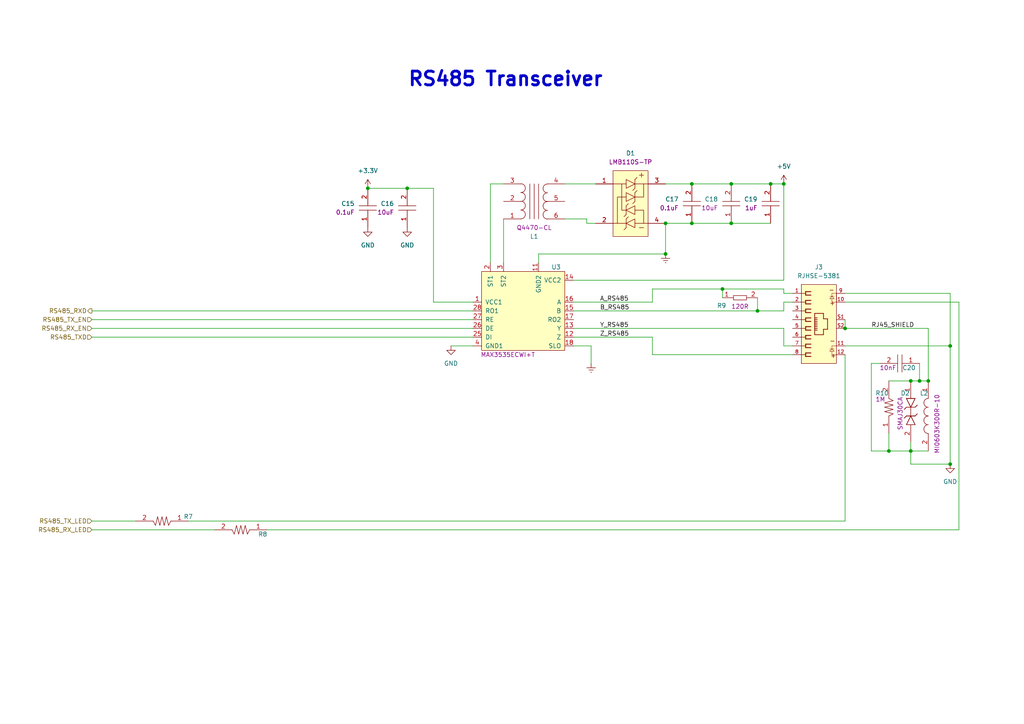
<source format=kicad_sch>
(kicad_sch (version 20231120) (generator "eeschema") (generator_version "8.0")
  (paper "A4")
  (lib_symbols
    (symbol "AVR-KiCAD-Lib-Capacitors:C0805C103KCRACAUTO" (pin_names (offset 1.016))
      (property "Reference" "C" (at -2.54 2.54 0))
      (property "_Value_" "10nF" (at 58.42 63.5 0))
      (symbol "C0805C103KCRACAUTO_1_1"
        (pin input line (at -5.08 0 0) (length 5.08) (name "~") (number "1"))
        (pin input line (at 6.35 0 180) (length 5.08) (name "~") (number "2"))
      )
    )
    (symbol "AVR-KiCAD-Lib-Capacitors:C1206C105K3RACAUTO" (pin_names (offset 1.016))
      (property "Reference" "C" (at -2.54 2.54 0))
      (property "_Value_" "1uF" (at 58.42 63.5 0))
      (symbol "C1206C105K3RACAUTO_1_1"
        (pin input line (at -5.08 0 0) (length 5.08) (name "~") (number "1"))
        (pin input line (at 6.35 0 180) (length 5.08) (name "~") (number "2"))
      )
    )
    (symbol "AVR-KiCAD-Lib-Capacitors:CGA5L3X5R1V106K160AB" (pin_names (offset 1.016))
      (property "Reference" "C" (at -2.54 2.54 0))
      (property "_Value_" "10uF" (at 58.42 63.5 0))
      (symbol "CGA5L3X5R1V106K160AB_1_1"
        (pin input line (at -5.08 0 0) (length 5.08) (name "~") (number "1"))
        (pin input line (at 6.35 0 180) (length 5.08) (name "~") (number "2"))
      )
    )
    (symbol "AVR-KiCAD-Lib-Capacitors:CL10B104JB8NNNC" (pin_names (offset 1.016))
      (property "Reference" "C" (at -2.54 2.54 0))
      (property "_Value_" "0.1uF" (at 58.42 63.5 0))
      (symbol "CL10B104JB8NNNC_1_1"
        (pin input line (at -5.08 0 0) (length 5.08) (name "~") (number "1"))
        (pin input line (at 6.35 0 180) (length 5.08) (name "~") (number "2"))
      )
    )
    (symbol "AVR-KiCAD-Lib-Connectors:RJHSE-5381" (pin_names (offset 1.016))
      (property "Reference" "J" (at -2.54 2.54 0))
      (property "Value" "RJHSE-5381" (at 1.27 5.08 0))
      (symbol "RJHSE-5381_1_1"
        (text "+" (at 0 -21.336 0) (effects (font (size 1.27 1.27)) (justify left bottom)))
        (text "+" (at 0.254 -6.096 0) (effects (font (size 1.27 1.27)) (justify left bottom)))
        (text "-" (at 0.2286 -17.0434 0) (effects (font (size 1.27 1.27)) (justify left bottom)))
        (text "-" (at 0.4826 -2.2606 0) (effects (font (size 1.27 1.27)) (justify left bottom)))
        (pin passive line (at 12.7 -2.54 180) (length 2.54) (name "~") (number "1"))
        (pin passive line (at -2.54 -5.08 0) (length 2.54) (name "~") (number "10"))
        (pin passive line (at -2.54 -17.78 0) (length 2.54) (name "~") (number "11"))
        (pin passive line (at -2.54 -20.32 0) (length 2.54) (name "~") (number "12"))
        (pin passive line (at 12.7 -5.08 180) (length 2.54) (name "~") (number "2"))
        (pin passive line (at 12.7 -7.62 180) (length 2.54) (name "~") (number "3"))
        (pin passive line (at 12.7 -10.16 180) (length 2.54) (name "~") (number "4"))
        (pin passive line (at 12.7 -12.7 180) (length 2.54) (name "~") (number "5"))
        (pin passive line (at 12.7 -15.24 180) (length 2.54) (name "~") (number "6"))
        (pin passive line (at 12.7 -17.78 180) (length 2.54) (name "~") (number "7"))
        (pin passive line (at 12.7 -20.32 180) (length 2.54) (name "~") (number "8"))
        (pin passive line (at -2.54 -2.54 0) (length 2.54) (name "~") (number "9"))
        (pin passive line (at -2.54 -10.16 0) (length 2.54) (name "~") (number "S1"))
        (pin passive line (at -2.54 -12.7 0) (length 2.54) (name "~") (number "S2"))
      )
    )
    (symbol "AVR-KiCAD-Lib-Diodes:LMB110S-TP" (pin_names (offset 1.016))
      (property "Reference" "D" (at 0 19.05 0))
      (property "_Value_" "LMB110S-TP" (at 62.23 77.47 0))
      (symbol "LMB110S-TP_1_1"
        (pin passive line (at -5.08 13.97 0) (length 5.08) (name "~") (number "1"))
        (pin passive line (at -5.08 2.54 0) (length 5.08) (name "~") (number "2"))
        (pin passive line (at 15.24 13.97 180) (length 5.08) (name "") (number "3"))
        (pin passive line (at 15.24 2.54 180) (length 5.08) (name "") (number "4"))
      )
    )
    (symbol "AVR-KiCAD-Lib-Diodes:SMAJ30CA" (pin_names (offset 1.016))
      (property "Reference" "D" (at -2.54 2.54 0))
      (property "_Value_" "SMAJ30CA" (at 58.42 63.5 0))
      (symbol "SMAJ30CA_1_1"
        (pin passive line (at -8.89 0 0) (length 5.08) (name "~") (number "1"))
        (pin passive line (at 8.89 0 180) (length 5.08) (name "~") (number "2"))
      )
    )
    (symbol "AVR-KiCAD-Lib-ICs:MAX3535ECWI+T" (pin_names (offset 1.016))
      (property "Reference" "U" (at -5.08 34.29 0))
      (property "_Value_" "MAX3535ECWI+T" (at 7.62 -1.27 0))
      (symbol "MAX3535ECWI+T_1_1"
        (pin power_in line (at -2.54 13.97 0) (length 2.54) (name "VCC1") (number "1"))
        (pin passive line (at 16.51 25.4 270) (length 2.54) (name "GND2") (number "11"))
        (pin output line (at 26.67 3.81 180) (length 2.54) (name "Z") (number "12"))
        (pin output line (at 26.67 6.35 180) (length 2.54) (name "Y") (number "13"))
        (pin power_in line (at 26.67 20.32 180) (length 2.54) (name "VCC2") (number "14"))
        (pin input line (at 26.67 11.43 180) (length 2.54) (name "B") (number "15"))
        (pin input line (at 26.67 13.97 180) (length 2.54) (name "A") (number "16"))
        (pin output line (at 26.67 8.89 180) (length 2.54) (name "RO2") (number "17"))
        (pin input line (at 26.67 1.27 180) (length 2.54) (name "SLO") (number "18"))
        (pin output line (at 2.54 25.4 270) (length 2.54) (name "ST1") (number "2"))
        (pin input line (at -2.54 3.81 0) (length 2.54) (name "DI") (number "25"))
        (pin input line (at -2.54 6.35 0) (length 2.54) (name "DE") (number "26"))
        (pin output line (at -2.54 8.89 0) (length 2.54) (name "RE") (number "27"))
        (pin output line (at -2.54 11.43 0) (length 2.54) (name "RO1") (number "28"))
        (pin output line (at 6.35 25.4 270) (length 2.54) (name "ST2") (number "3"))
        (pin passive line (at -2.54 1.27 0) (length 2.54) (name "GND1") (number "4"))
      )
    )
    (symbol "AVR-KiCAD-Lib-Inductors:MI0603K300R-10" (pin_names (offset 1.016))
      (property "Reference" "L" (at -2.54 2.54 0))
      (property "_Value_" "MI0603K300R-10" (at 58.42 63.5 0))
      (symbol "MI0603K300R-10_1_1"
        (pin input line (at -10.16 0 0) (length 5.08) (name "~") (number "1"))
        (pin input line (at 10.16 0 180) (length 5.08) (name "~") (number "2"))
      )
    )
    (symbol "AVR-KiCAD-Lib-Resistors:AC0402FR-07120RL" (pin_names (offset 1.016))
      (property "Reference" "R" (at -2.54 2.54 0))
      (property "Value" "AC0402FR-07120RL" (at 1.27 5.08 0))
      (property "_Value_" "120R" (at 58.42 63.5 0))
      (symbol "AC0402FR-07120RL_1_1"
        (pin passive line (at -5.08 0 0) (length 2.5146) (name "~") (number "1"))
        (pin passive line (at 5.08 0 180) (length 2.5146) (name "~") (number "2"))
      )
    )
    (symbol "AVR-KiCAD-Lib-Resistors:RC0603FR-07470RL" (pin_names (offset 1.016))
      (property "Reference" "R" (at -2.54 2.54 0))
      (property "Value" "RC0603FR-07470RL" (at 1.27 5.08 0))
      (symbol "RC0603FR-07470RL_1_1"
        (pin passive line (at -7.62 0 0) (length 5.08) (name "~") (number "1"))
        (pin passive line (at 7.62 0 180) (length 5.08) (name "~") (number "2"))
      )
    )
    (symbol "AVR-KiCAD-Lib-Resistors:RC1206FR-071ML" (pin_names (offset 1.016))
      (property "Reference" "R" (at -2.54 2.54 0))
      (property "Value" "RC1206FR-071ML" (at 1.27 5.08 0))
      (property "_Value_" "1M" (at 58.42 63.5 0))
      (symbol "RC1206FR-071ML_1_1"
        (pin passive line (at -7.62 0 0) (length 5.08) (name "~") (number "1"))
        (pin passive line (at 7.62 0 180) (length 5.08) (name "~") (number "2"))
      )
    )
    (symbol "AVR-KiCAD-Lib-Transformers:Q4470-CL" (pin_names (offset 1.016))
      (property "Reference" "L" (at -7.62 8.89 0))
      (property "_Value_" "Q4470-CL" (at 58.42 63.5 0))
      (symbol "Q4470-CL_1_1"
        (pin bidirectional line (at -8.89 5.08 0) (length 5.08) (name "~") (number "1"))
        (pin bidirectional line (at -8.89 0 0) (length 5.08) (name "~") (number "2"))
        (pin bidirectional line (at -8.89 -5.08 0) (length 5.08) (name "") (number "3"))
        (pin bidirectional line (at 8.89 -5.08 180) (length 5.08) (name "") (number "4"))
        (pin bidirectional line (at 8.89 0 180) (length 5.08) (name "") (number "5"))
        (pin bidirectional line (at 8.89 5.08 180) (length 5.08) (name "") (number "6"))
      )
    )
    (symbol "power:+3.3V" (power) (pin_names (offset 0))
      (property "Value" "+3.3V" (at 0 3.556 0))
      (symbol "+3.3V_1_1"
        (pin power_in line (at 0 0 90) (length 0) hide (name "+3.3V") (number "1"))
      )
    )
    (symbol "power:+5V" (power) (pin_names (offset 0))
      (property "Value" "+5V" (at 0 3.556 0))
      (symbol "+5V_1_1"
        (pin power_in line (at 0 0 90) (length 0) hide (name "+5V") (number "1"))
      )
    )
    (symbol "power:Earth" (power) (pin_names (offset 0))
      (symbol "Earth_1_1"
        (pin power_in line (at 0 0 270) (length 0) hide (name "Earth") (number "1"))
      )
    )
    (symbol "power:GND" (power) (pin_names (offset 0))
      (property "Value" "GND" (at 0 -3.81 0))
      (symbol "GND_1_1"
        (pin power_in line (at 0 0 270) (length 0) hide (name "GND") (number "1"))
      )
    )
  )
  (junction (at 209.55 83.82))
  (junction (at 257.81 130.81))
  (junction (at 269.24 110.49))
  (junction (at 212.09 64.77))
  (junction (at 264.16 130.81))
  (junction (at 264.16 110.49))
  (junction (at 118.11 54.61))
  (junction (at 193.04 64.77))
  (junction (at 275.59 134.62))
  (junction (at 223.52 53.34))
  (junction (at 193.04 73.66))
  (junction (at 227.33 53.34))
  (junction (at 212.09 53.34))
  (junction (at 219.71 90.17))
  (junction (at 275.59 100.33))
  (junction (at 200.66 64.77))
  (junction (at 200.66 53.34))
  (junction (at 245.11 95.25))
  (junction (at 266.7 110.49))
  (junction (at 106.68 54.61))
  (wire (pts (xy 26.67 90.17) (xy 137.16 90.17)))
  (wire (pts (xy 269.24 110.49) (xy 266.7 110.49)))
  (wire (pts (xy 146.05 53.34) (xy 142.24 53.34)))
  (wire (pts (xy 77.47 153.67) (xy 278.13 153.67)))
  (wire (pts (xy 264.16 130.81) (xy 269.24 130.81)))
  (wire (pts (xy 166.37 90.17) (xy 219.71 90.17)))
  (wire (pts (xy 193.04 64.77) (xy 193.04 73.66)))
  (wire (pts (xy 130.81 100.33) (xy 137.16 100.33)))
  (wire (pts (xy 264.16 130.81) (xy 257.81 130.81)))
  (wire (pts (xy 200.66 64.77) (xy 212.09 64.77)))
  (wire (pts (xy 170.18 63.5) (xy 170.18 64.77)))
  (wire (pts (xy 171.45 100.33) (xy 171.45 105.41)))
  (wire (pts (xy 156.21 73.66) (xy 156.21 76.2)))
  (wire (pts (xy 125.73 87.63) (xy 137.16 87.63)))
  (wire (pts (xy 275.59 100.33) (xy 245.11 100.33)))
  (wire (pts (xy 219.71 86.36) (xy 219.71 90.17)))
  (wire (pts (xy 189.23 97.79) (xy 189.23 102.87)))
  (wire (pts (xy 266.7 105.41) (xy 266.7 110.49)))
  (wire (pts (xy 200.66 53.34) (xy 212.09 53.34)))
  (wire (pts (xy 142.24 53.34) (xy 142.24 76.2)))
  (wire (pts (xy 170.18 64.77) (xy 172.72 64.77)))
  (wire (pts (xy 227.33 95.25) (xy 227.33 100.33)))
  (wire (pts (xy 227.33 81.28) (xy 227.33 53.34)))
  (wire (pts (xy 26.67 95.25) (xy 137.16 95.25)))
  (wire (pts (xy 189.23 102.87) (xy 229.87 102.87)))
  (wire (pts (xy 227.33 87.63) (xy 229.87 87.63)))
  (wire (pts (xy 26.67 153.67) (xy 62.23 153.67)))
  (wire (pts (xy 193.04 73.66) (xy 156.21 73.66)))
  (wire (pts (xy 166.37 95.25) (xy 227.33 95.25)))
  (wire (pts (xy 264.16 110.49) (xy 257.81 110.49)))
  (wire (pts (xy 166.37 81.28) (xy 227.33 81.28)))
  (wire (pts (xy 227.33 85.09) (xy 229.87 85.09)))
  (wire (pts (xy 209.55 83.82) (xy 227.33 83.82)))
  (wire (pts (xy 227.33 100.33) (xy 229.87 100.33)))
  (wire (pts (xy 252.73 105.41) (xy 252.73 130.81)))
  (wire (pts (xy 227.33 90.17) (xy 227.33 87.63)))
  (wire (pts (xy 193.04 64.77) (xy 200.66 64.77)))
  (wire (pts (xy 189.23 87.63) (xy 189.23 83.82)))
  (wire (pts (xy 255.27 105.41) (xy 252.73 105.41)))
  (wire (pts (xy 212.09 53.34) (xy 223.52 53.34)))
  (wire (pts (xy 146.05 76.2) (xy 146.05 63.5)))
  (wire (pts (xy 278.13 87.63) (xy 278.13 153.67)))
  (wire (pts (xy 163.83 53.34) (xy 172.72 53.34)))
  (wire (pts (xy 125.73 87.63) (xy 125.73 54.61)))
  (wire (pts (xy 26.67 92.71) (xy 137.16 92.71)))
  (wire (pts (xy 106.68 54.61) (xy 118.11 54.61)))
  (wire (pts (xy 209.55 83.82) (xy 209.55 86.36)))
  (wire (pts (xy 200.66 53.34) (xy 193.04 53.34)))
  (wire (pts (xy 264.16 134.62) (xy 275.59 134.62)))
  (wire (pts (xy 275.59 85.09) (xy 275.59 100.33)))
  (wire (pts (xy 212.09 64.77) (xy 223.52 64.77)))
  (wire (pts (xy 245.11 102.87) (xy 245.11 151.13)))
  (wire (pts (xy 269.24 110.49) (xy 269.24 95.25)))
  (wire (pts (xy 166.37 87.63) (xy 189.23 87.63)))
  (wire (pts (xy 26.67 151.13) (xy 39.37 151.13)))
  (wire (pts (xy 245.11 85.09) (xy 275.59 85.09)))
  (wire (pts (xy 227.33 83.82) (xy 227.33 85.09)))
  (wire (pts (xy 166.37 100.33) (xy 171.45 100.33)))
  (wire (pts (xy 219.71 90.17) (xy 227.33 90.17)))
  (wire (pts (xy 26.67 97.79) (xy 137.16 97.79)))
  (wire (pts (xy 189.23 83.82) (xy 209.55 83.82)))
  (wire (pts (xy 264.16 130.81) (xy 264.16 134.62)))
  (wire (pts (xy 264.16 128.27) (xy 264.16 130.81)))
  (wire (pts (xy 257.81 125.73) (xy 257.81 130.81)))
  (wire (pts (xy 223.52 53.34) (xy 227.33 53.34)))
  (wire (pts (xy 118.11 54.61) (xy 125.73 54.61)))
  (wire (pts (xy 245.11 87.63) (xy 278.13 87.63)))
  (wire (pts (xy 245.11 92.71) (xy 245.11 95.25)))
  (wire (pts (xy 275.59 100.33) (xy 275.59 134.62)))
  (wire (pts (xy 163.83 63.5) (xy 170.18 63.5)))
  (wire (pts (xy 166.37 97.79) (xy 189.23 97.79)))
  (wire (pts (xy 266.7 110.49) (xy 264.16 110.49)))
  (wire (pts (xy 269.24 95.25) (xy 245.11 95.25)))
  (wire (pts (xy 54.61 151.13) (xy 245.11 151.13)))
  (wire (pts (xy 257.81 130.81) (xy 252.73 130.81)))
  (text "RS485 Transceiver" (at 118.11 25.4 0) (effects (font (size 4 4) (thickness 0.8) (bold yes)) (justify left bottom)))
  (label "Y_RS485" (at 173.99 95.25 0))
  (label "A_RS485" (at 173.99 87.63 0))
  (label "B_RS485" (at 173.99 90.17 0))
  (label "RJ45_SHIELD" (at 252.73 95.25 0))
  (label "Z_RS485" (at 173.99 97.79 0))
  (hierarchical_label "RS485_RX_LED" (shape input) (at 26.67 153.67 180))
  (hierarchical_label "RS485_TX_LED" (shape input) (at 26.67 151.13 180))
  (hierarchical_label "RS485_RX_EN" (shape input) (at 26.67 95.25 180))
  (hierarchical_label "RS485_TXD" (shape input) (at 26.67 97.79 180))
  (hierarchical_label "RS485_RXD" (shape output) (at 26.67 90.17 180))
  (hierarchical_label "RS485_TX_EN" (shape input) (at 26.67 92.71 180))
  (symbol (lib_id "power:Earth") (at 193.04 73.66 0) (unit 1)
    (property "Reference" "#PWR024" (effects (hide yes)))
    (property "Value" "Earth" (effects (hide yes)))
  )
  (symbol (lib_id "AVR-KiCAD-Lib-Capacitors:CGA5L3X5R1V106K160AB") (at 212.09 59.69 90) (unit 1)
    (property "Reference" "C18" (at 208.28 57.785 90) (effects (justify left)))
    (property "Value" "CGA5L3X5R1V106K160AB" (effects (hide yes)))
    (property "Footprint" "AVR-KiCAD-Lib-Capacitors:C1206" (effects (hide yes)))
    (property "Datasheet" "https://product.tdk.com/system/files/dam/doc/product/capacitor/ceramic/mlcc/catalog/mlcc_automotive_general_en.pdf" (effects (hide yes)))
    (property "Description" "10 µF ±10% 35V Ceramic Capacitor X5R 1206 (3216 Metric)" (effects (hide yes)))
    (property "Cost QTY: 1" "*" (effects (hide yes)))
    (property "Cost QTY: 1000" "*" (effects (hide yes)))
    (property "Cost QTY: 2500" "*" (effects (hide yes)))
    (property "Cost QTY: 5000" "*" (effects (hide yes)))
    (property "Cost QTY: 10000" "*" (effects (hide yes)))
    (property "MFR" "TDK Corporation" (effects (hide yes)))
    (property "MFR#" "CGA5L3X5R1V106K160AB" (effects (hide yes)))
    (property "Vendor" "Digikey" (effects (hide yes)))
    (property "Vendor #" "445-7887-2-ND" (effects (hide yes)))
    (property "Designer" "AVR" (effects (hide yes)))
    (property "Height" "1.9mm" (effects (hide yes)))
    (property "Date Created" "10/13/2022" (effects (hide yes)))
    (property "Date Modified" "10/13/2022" (effects (hide yes)))
    (property "Lead-Free ?" "Yes" (effects (hide yes)))
    (property "RoHS Levels" "1" (effects (hide yes)))
    (property "Mounting" "SMT" (effects (hide yes)))
    (property "Pin Count #" "2" (effects (hide yes)))
    (property "Status" "Active" (effects (hide yes)))
    (property "Tolerance" "10%" (effects (hide yes)))
    (property "Type" "Ceramic Cap" (effects (hide yes)))
    (property "Voltage" "35V" (effects (hide yes)))
    (property "Package" "1206" (effects (hide yes)))
    (property "_Value_" "10uF" (at 208.28 60.325 90) (effects (justify left)))
    (property "Management_ID" "*" (effects (hide yes)))
  )
  (symbol (lib_id "power:+3.3V") (at 106.68 54.61 0) (unit 1)
    (property "Reference" "#PWR019" (effects (hide yes)))
    (property "Value" "+3.3V" (at 106.68 49.53 0))
  )
  (symbol (lib_id "AVR-KiCAD-Lib-Inductors:MI0603K300R-10") (at 269.24 120.65 90) (mirror x) (unit 1)
    (property "Reference" "L2" (at 269.24 114.046 90) (effects (justify left)))
    (property "Value" "MI0603K300R-10" (effects (hide yes)))
    (property "Footprint" "AVR-KiCAD-Lib-Inductors:MI0603K300R-10" (effects (hide yes)))
    (property "Datasheet" "https://www.laird.com/sites/default/files/2018-11/Catalog_EMI%20FILTERING%20RF%200717.pdf" (effects (hide yes)))
    (property "Description" "30 Ohms @ 100MHz 1 Power Line Ferrite Bead 0603 (1608 Metric) 1.5A 90mOhm" (effects (hide yes)))
    (property "Cost QTY: 1" "0.16000" (effects (hide yes)))
    (property "Cost QTY: 1000" "0.04313" (effects (hide yes)))
    (property "Cost QTY: 2500" "*" (effects (hide yes)))
    (property "Cost QTY: 5000" "*" (effects (hide yes)))
    (property "Cost QTY: 10000" "*" (effects (hide yes)))
    (property "MFR" "Laird-Signal Integrity Products" (effects (hide yes)))
    (property "MFR#" "MI0603K300R-10" (effects (hide yes)))
    (property "Vendor" "Digikey" (effects (hide yes)))
    (property "Vendor #" "240-2373-1-ND" (effects (hide yes)))
    (property "Designer" "AVR" (effects (hide yes)))
    (property "Height" "0.95mm" (effects (hide yes)))
    (property "Date Created" "6/16/2020" (effects (hide yes)))
    (property "Date Modified" "6/16/2020" (effects (hide yes)))
    (property "Lead-Free ?" "Yes" (effects (hide yes)))
    (property "RoHS Levels" "1" (effects (hide yes)))
    (property "Mounting" "SMT" (effects (hide yes)))
    (property "Pin Count #" "2" (effects (hide yes)))
    (property "Status" "Active" (effects (hide yes)))
    (property "Tolerance" "*" (effects (hide yes)))
    (property "Type" "Ferrite Bead" (effects (hide yes)))
    (property "Voltage" "*" (effects (hide yes)))
    (property "Package" "0603" (effects (hide yes)))
    (property "_Value_" "MI0603K300R-10" (at 271.78 114.3 0) (effects (justify left)))
    (property "Management_ID" "*" (effects (hide yes)))
  )
  (symbol (lib_id "AVR-KiCAD-Lib-Capacitors:CL10B104JB8NNNC") (at 200.66 59.69 90) (unit 1)
    (property "Reference" "C17" (at 196.85 57.785 90) (effects (justify left)))
    (property "Value" "CL10B104JB8NNNC" (effects (hide yes)))
    (property "Footprint" "AVR-KiCAD-Lib-Capacitors:C0603" (effects (hide yes)))
    (property "Datasheet" "https://mm.digikey.com/Volume0/opasdata/d220001/medias/docus/609/CL10B104JB8NNNC_Spec.pdf" (effects (hide yes)))
    (property "Description" "0.1 µF ±5% 50V Ceramic Capacitor X7R 0603 (1608 Metric)" (effects (hide yes)))
    (property "Cost QTY: 1" "0.10000" (effects (hide yes)))
    (property "Cost QTY: 1000" "0.00975" (effects (hide yes)))
    (property "Cost QTY: 2500" "*" (effects (hide yes)))
    (property "Cost QTY: 5000" "*" (effects (hide yes)))
    (property "Cost QTY: 10000" "*" (effects (hide yes)))
    (property "MFR" "Samsung Electro-Mechanics" (effects (hide yes)))
    (property "MFR#" "CL10B104JB8NNNC" (effects (hide yes)))
    (property "Vendor" "Digikey" (effects (hide yes)))
    (property "Vendor #" "1276-1033-2-ND" (effects (hide yes)))
    (property "Designer" "Adam Vadala-Roth" (effects (hide yes)))
    (property "Height" "0.90" (effects (hide yes)))
    (property "Date Created" "10/3/2023" (effects (hide yes)))
    (property "Date Modified" "10/3/2023" (effects (hide yes)))
    (property "Lead-Free ?" "Yes" (effects (hide yes)))
    (property "RoHS Levels" "1" (effects (hide yes)))
    (property "Mounting" "SMT" (effects (hide yes)))
    (property "Pin Count #" "2" (effects (hide yes)))
    (property "Status" "Active" (effects (hide yes)))
    (property "Tolerance" "5%" (effects (hide yes)))
    (property "Type" "Capacitor" (effects (hide yes)))
    (property "Voltage" "50V" (effects (hide yes)))
    (property "Package" "0603" (effects (hide yes)))
    (property "_Value_" "0.1uF" (at 196.85 60.325 90) (effects (justify left)))
    (property "Management_ID" "*" (effects (hide yes)))
  )
  (symbol (lib_id "AVR-KiCAD-Lib-Resistors:RC1206FR-071ML") (at 257.81 118.11 270) (mirror x) (unit 1)
    (property "Reference" "R10" (at 257.81 114.046 90) (effects (justify right)))
    (property "Value" "RC1206FR-071ML" (effects (hide yes)))
    (property "Footprint" "AVR-KiCAD-Lib-Resistors:R1206" (effects (hide yes)))
    (property "Description" "RES SMD 1M OHM 1% 1/4W 1206" (effects (hide yes)))
    (property "Cost QTY: 1" "0.100" (effects (hide yes)))
    (property "Cost QTY: 1000" "0.01480" (effects (hide yes)))
    (property "Cost QTY: 2500" "0.01300" (effects (hide yes)))
    (property "Cost QTY: 5000" "*" (effects (hide yes)))
    (property "Cost QTY: 10000" "*" (effects (hide yes)))
    (property "MFR" "Yageo" (effects (hide yes)))
    (property "MFR#" "RC1206FR-071ML" (effects (hide yes)))
    (property "Vendor" "Digikey" (effects (hide yes)))
    (property "Vendor #" "311-1.00MFRCT-ND" (effects (hide yes)))
    (property "Designer" "AVR" (effects (hide yes)))
    (property "Height" "0.65mm" (effects (hide yes)))
    (property "Date Created" "4/28/2019" (effects (hide yes)))
    (property "Date Modified" "4/28/2019" (effects (hide yes)))
    (property "Lead-Free ?" "Yes" (effects (hide yes)))
    (property "RoHS Levels" "1" (effects (hide yes)))
    (property "Mounting" "SMT" (effects (hide yes)))
    (property "Pin Count #" "2" (effects (hide yes)))
    (property "Status" "Active" (effects (hide yes)))
    (property "Tolerance" "1%" (effects (hide yes)))
    (property "Type" "SMT Chip Resistor" (effects (hide yes)))
    (property "Voltage" "*" (effects (hide yes)))
    (property "Package" "1206" (effects (hide yes)))
    (property "_Value_" "1M" (at 256.794 115.824 90) (effects (justify right)))
    (property "Management_ID" "*" (effects (hide yes)))
  )
  (symbol (lib_id "power:GND") (at 118.11 66.04 0) (unit 1)
    (property "Reference" "#PWR021" (effects (hide yes)))
    (property "Value" "GND" (at 118.11 71.12 0))
  )
  (symbol (lib_id "AVR-KiCAD-Lib-Resistors:RC0603FR-07470RL") (at 46.99 151.13 180) (unit 1)
    (property "Reference" "R7" (at 54.61 149.86 0))
    (property "Value" "RC0603FR-07470RL" (effects (hide yes)))
    (property "Footprint" "AVR-KiCAD-Lib-Resistors:R0603" (effects (hide yes)))
    (property "Description" "RES SMD 470 OHM 1% 1/10W 0603" (effects (hide yes)))
    (property "Cost QTY: 1" "0.100" (effects (hide yes)))
    (property "Cost QTY: 1000" "0.00476" (effects (hide yes)))
    (property "Cost QTY: 2500" "0.00418" (effects (hide yes)))
    (property "Cost QTY: 5000" "*" (effects (hide yes)))
    (property "Cost QTY: 10000" "*" (effects (hide yes)))
    (property "MFR" "Yageo" (effects (hide yes)))
    (property "MFR#" "RC0603FR-07470RL" (effects (hide yes)))
    (property "Vendor" "Digikey" (effects (hide yes)))
    (property "Vendor #" "311-470HRCT-ND" (effects (hide yes)))
    (property "Designer" "AVR" (effects (hide yes)))
    (property "Height" "0.55mm" (effects (hide yes)))
    (property "Date Created" "4/23/2019" (effects (hide yes)))
    (property "Date Modified" "4/23/2019" (effects (hide yes)))
    (property "Lead-Free ?" "Yes" (effects (hide yes)))
    (property "RoHS Levels" "1" (effects (hide yes)))
    (property "Mounting" "SMT" (effects (hide yes)))
    (property "Pin Count #" "2" (effects (hide yes)))
    (property "Status" "Active" (effects (hide yes)))
    (property "Tolerance" "1%" (effects (hide yes)))
    (property "Type" "SMT Chip Resistor" (effects (hide yes)))
    (property "Voltage" "*" (effects (hide yes)))
    (property "Package" "0603" (effects (hide yes)))
    (property "_Value_" "470r" (effects (hide yes)))
    (property "Management_ID" "*" (effects (hide yes)))
  )
  (symbol (lib_id "AVR-KiCAD-Lib-Capacitors:C1206C105K3RACAUTO") (at 223.52 59.69 90) (unit 1)
    (property "Reference" "C19" (at 219.71 57.785 90) (effects (justify left)))
    (property "Value" "C1206C105K3RACAUTO" (effects (hide yes)))
    (property "Footprint" "AVR-KiCAD-Lib-Diodes:D_SOD-123" (effects (hide yes)))
    (property "Datasheet" "https://content.kemet.com/datasheets/KEM_C1023_X7R_AUTO_SMD.pdf" (effects (hide yes)))
    (property "Description" "1µF ±10% 25V Ceramic Capacitor X7R 1206 (3216 Metric)" (effects (hide yes)))
    (property "Cost QTY: 1" "0.25000" (effects (hide yes)))
    (property "Cost QTY: 1000" "0.06064" (effects (hide yes)))
    (property "Cost QTY: 2500" "*" (effects (hide yes)))
    (property "Cost QTY: 5000" "*" (effects (hide yes)))
    (property "Cost QTY: 10000" "0.04594" (effects (hide yes)))
    (property "MFR" "KEMET" (effects (hide yes)))
    (property "MFR#" "C1206C105K3RACAUTO" (effects (hide yes)))
    (property "Vendor" "Digikey" (effects (hide yes)))
    (property "Vendor #" "399-7010-1-ND" (effects (hide yes)))
    (property "Designer" "AVR" (effects (hide yes)))
    (property "Height" "1.40mm" (effects (hide yes)))
    (property "Date Created" "7/31/2020" (effects (hide yes)))
    (property "Date Modified" "7/31/2020" (effects (hide yes)))
    (property "Lead-Free ?" "YES" (effects (hide yes)))
    (property "RoHS Levels" "1" (effects (hide yes)))
    (property "Mounting" "SMT" (effects (hide yes)))
    (property "Pin Count #" "2" (effects (hide yes)))
    (property "Status" "Active" (effects (hide yes)))
    (property "Tolerance" "10%" (effects (hide yes)))
    (property "Type" "Capacitor" (effects (hide yes)))
    (property "Voltage" "25V" (effects (hide yes)))
    (property "Package" "1206" (effects (hide yes)))
    (property "_Value_" "1uF" (at 219.71 60.325 90) (effects (justify left)))
    (property "Management_ID" "*" (effects (hide yes)))
  )
  (symbol (lib_id "AVR-KiCAD-Lib-Capacitors:CGA5L3X5R1V106K160AB") (at 118.11 60.96 90) (unit 1)
    (property "Reference" "C16" (at 114.3 59.055 90) (effects (justify left)))
    (property "Value" "CGA5L3X5R1V106K160AB" (effects (hide yes)))
    (property "Footprint" "AVR-KiCAD-Lib-Capacitors:C1206" (effects (hide yes)))
    (property "Datasheet" "https://product.tdk.com/system/files/dam/doc/product/capacitor/ceramic/mlcc/catalog/mlcc_automotive_general_en.pdf" (effects (hide yes)))
    (property "Description" "10 µF ±10% 35V Ceramic Capacitor X5R 1206 (3216 Metric)" (effects (hide yes)))
    (property "Cost QTY: 1" "*" (effects (hide yes)))
    (property "Cost QTY: 1000" "*" (effects (hide yes)))
    (property "Cost QTY: 2500" "*" (effects (hide yes)))
    (property "Cost QTY: 5000" "*" (effects (hide yes)))
    (property "Cost QTY: 10000" "*" (effects (hide yes)))
    (property "MFR" "TDK Corporation" (effects (hide yes)))
    (property "MFR#" "CGA5L3X5R1V106K160AB" (effects (hide yes)))
    (property "Vendor" "Digikey" (effects (hide yes)))
    (property "Vendor #" "445-7887-2-ND" (effects (hide yes)))
    (property "Designer" "AVR" (effects (hide yes)))
    (property "Height" "1.9mm" (effects (hide yes)))
    (property "Date Created" "10/13/2022" (effects (hide yes)))
    (property "Date Modified" "10/13/2022" (effects (hide yes)))
    (property "Lead-Free ?" "Yes" (effects (hide yes)))
    (property "RoHS Levels" "1" (effects (hide yes)))
    (property "Mounting" "SMT" (effects (hide yes)))
    (property "Pin Count #" "2" (effects (hide yes)))
    (property "Status" "Active" (effects (hide yes)))
    (property "Tolerance" "10%" (effects (hide yes)))
    (property "Type" "Ceramic Cap" (effects (hide yes)))
    (property "Voltage" "35V" (effects (hide yes)))
    (property "Package" "1206" (effects (hide yes)))
    (property "_Value_" "10uF" (at 114.3 61.595 90) (effects (justify left)))
    (property "Management_ID" "*" (effects (hide yes)))
  )
  (symbol (lib_id "power:+5V") (at 227.33 53.34 0) (unit 1)
    (property "Reference" "#PWR025" (effects (hide yes)))
    (property "Value" "+5V" (at 227.33 48.26 0))
  )
  (symbol (lib_id "AVR-KiCAD-Lib-Diodes:LMB110S-TP") (at 177.8 67.31 0) (unit 1)
    (property "Reference" "D1" (at 182.88 44.45 0))
    (property "Value" "LMB110S-TP" (effects (hide yes)))
    (property "Footprint" "AVR-KiCAD-Lib-Diodes:LMB110S-TP" (effects (hide yes)))
    (property "Datasheet" "https://www.mccsemi.com/pdf/Products/LMB12S-LMB110S(LMBS-1).pdf" (effects (hide yes)))
    (property "Description" "Bridge Rectifier Single Phase Schottky 100 V Surface Mount LMBS-1" (effects (hide yes)))
    (property "Cost QTY: 1" "$0.47000" (effects (hide yes)))
    (property "Cost QTY: 1000" "$0.13736" (effects (hide yes)))
    (property "Cost QTY: 2500" "$0.12645" (effects (hide yes)))
    (property "Cost QTY: 5000" "$0.12120" (effects (hide yes)))
    (property "Cost QTY: 10000" "$0.10908" (effects (hide yes)))
    (property "MFR" "Micro Commercial Co" (effects (hide yes)))
    (property "MFR#" "LMB110S-TP" (effects (hide yes)))
    (property "Vendor" "Digikey" (effects (hide yes)))
    (property "Vendor #" "353-LMB110S-TPTR-ND" (effects (hide yes)))
    (property "Designer" "Adam Vadala-Roth" (effects (hide yes)))
    (property "Height" "1.5" (effects (hide yes)))
    (property "Date Created" "11/11/2023" (effects (hide yes)))
    (property "Date Modified" "11/11/2023" (effects (hide yes)))
    (property "Lead-Free ?" "Yes" (effects (hide yes)))
    (property "RoHS Levels" "1" (effects (hide yes)))
    (property "Mounting" "SMT" (effects (hide yes)))
    (property "Pin Count #" "4" (effects (hide yes)))
    (property "Status" "Active" (effects (hide yes)))
    (property "Tolerance" "*" (effects (hide yes)))
    (property "Type" "Diode" (effects (hide yes)))
    (property "Voltage" "850 mV @ 500 mA" (effects (hide yes)))
    (property "Package" "4-SMD, Gull Wing" (effects (hide yes)))
    (property "_Value_" "LMB110S-TP" (at 182.88 46.99 0))
    (property "Management_ID" "*" (effects (hide yes)))
  )
  (symbol (lib_id "AVR-KiCAD-Lib-Capacitors:CL10B104JB8NNNC") (at 106.68 60.96 90) (unit 1)
    (property "Reference" "C15" (at 102.87 59.055 90) (effects (justify left)))
    (property "Value" "CL10B104JB8NNNC" (effects (hide yes)))
    (property "Footprint" "AVR-KiCAD-Lib-Capacitors:C0603" (effects (hide yes)))
    (property "Datasheet" "https://mm.digikey.com/Volume0/opasdata/d220001/medias/docus/609/CL10B104JB8NNNC_Spec.pdf" (effects (hide yes)))
    (property "Description" "0.1 µF ±5% 50V Ceramic Capacitor X7R 0603 (1608 Metric)" (effects (hide yes)))
    (property "Cost QTY: 1" "0.10000" (effects (hide yes)))
    (property "Cost QTY: 1000" "0.00975" (effects (hide yes)))
    (property "Cost QTY: 2500" "*" (effects (hide yes)))
    (property "Cost QTY: 5000" "*" (effects (hide yes)))
    (property "Cost QTY: 10000" "*" (effects (hide yes)))
    (property "MFR" "Samsung Electro-Mechanics" (effects (hide yes)))
    (property "MFR#" "CL10B104JB8NNNC" (effects (hide yes)))
    (property "Vendor" "Digikey" (effects (hide yes)))
    (property "Vendor #" "1276-1033-2-ND" (effects (hide yes)))
    (property "Designer" "Adam Vadala-Roth" (effects (hide yes)))
    (property "Height" "0.90" (effects (hide yes)))
    (property "Date Created" "10/3/2023" (effects (hide yes)))
    (property "Date Modified" "10/3/2023" (effects (hide yes)))
    (property "Lead-Free ?" "Yes" (effects (hide yes)))
    (property "RoHS Levels" "1" (effects (hide yes)))
    (property "Mounting" "SMT" (effects (hide yes)))
    (property "Pin Count #" "2" (effects (hide yes)))
    (property "Status" "Active" (effects (hide yes)))
    (property "Tolerance" "5%" (effects (hide yes)))
    (property "Type" "Capacitor" (effects (hide yes)))
    (property "Voltage" "50V" (effects (hide yes)))
    (property "Package" "0603" (effects (hide yes)))
    (property "_Value_" "0.1uF" (at 102.87 61.595 90) (effects (justify left)))
    (property "Management_ID" "*" (effects (hide yes)))
  )
  (symbol (lib_id "AVR-KiCAD-Lib-ICs:MAX3535ECWI+T") (at 139.7 101.6 0) (unit 1)
    (property "Reference" "U3" (at 161.29 77.47 0))
    (property "Value" "MAX3535ECWI+T" (effects (hide yes)))
    (property "Footprint" "AVR-KiCAD-Lib-ICs:21-0145_W28M&plus_9_MXM" (effects (hide yes)))
    (property "Datasheet" "https://www.analog.com/media/en/technical-documentation/data-sheets/max3535e-mxl1535e.pdf" (effects (hide yes)))
    (property "Description" "1/1 Transceiver Full RS422, RS485 28-SOIC" (effects (hide yes)))
    (property "Cost QTY: 1" "13.07000" (effects (hide yes)))
    (property "Cost QTY: 1000" "8.27473" (effects (hide yes)))
    (property "Cost QTY: 2500" "*" (effects (hide yes)))
    (property "Cost QTY: 5000" "*" (effects (hide yes)))
    (property "Cost QTY: 10000" "*" (effects (hide yes)))
    (property "MFR" "Analog Devices Inc./Maxim Integrated" (effects (hide yes)))
    (property "MFR#" "MAX3535ECWI+T" (effects (hide yes)))
    (property "Vendor" "Digikey" (effects (hide yes)))
    (property "Vendor #" "MAX3535ECWI+TTR-ND" (effects (hide yes)))
    (property "Designer" "Adam Vadala-Roth" (effects (hide yes)))
    (property "Height" "2.65mm" (effects (hide yes)))
    (property "Date Created" "10/4/2023" (effects (hide yes)))
    (property "Date Modified" "10/4/2023" (effects (hide yes)))
    (property "Lead-Free ?" "Yes" (effects (hide yes)))
    (property "RoHS Levels" "1" (effects (hide yes)))
    (property "Mounting" "SMT" (effects (hide yes)))
    (property "Pin Count #" "16" (effects (hide yes)))
    (property "Status" "Active" (effects (hide yes)))
    (property "Tolerance" "N/A" (effects (hide yes)))
    (property "Type" "Integrated Circuit" (effects (hide yes)))
    (property "Voltage" "3-5.5V" (effects (hide yes)))
    (property "Package" "SOIC28 (16 Leads)" (effects (hide yes)))
    (property "_Value_" "MAX3535ECWI+T" (at 147.32 102.87 0))
    (property "Management_ID" "*" (effects (hide yes)))
  )
  (symbol (lib_id "power:Earth") (at 171.45 105.41 0) (unit 1)
    (property "Reference" "#PWR023" (effects (hide yes)))
    (property "Value" "Earth" (effects (hide yes)))
  )
  (symbol (lib_id "AVR-KiCAD-Lib-Connectors:RJHSE-5381") (at 242.57 82.55 0) (mirror y) (unit 1)
    (property "Reference" "J3" (at 237.49 77.47 0))
    (property "Value" "RJHSE-5381" (at 237.49 80.01 0))
    (property "Footprint" "AVR-KiCAD-Lib-Connectors:AMPHENOL_RJHSE-5381" (effects (hide yes)))
    (property "Datasheet" "https://cdn.amphenol-icc.com/media/wysiwyg/files/drawing/rjhse538x.pdf" (effects (hide yes)))
    (property "Description" "Jack Modular Connector 8p8c (RJ45, Ethernet) 90° Angle (Right) Shielded, EMI Finger" (effects (hide yes)))
    (property "Cost QTY: 1" "1.98000" (effects (hide yes)))
    (property "Cost QTY: 1000" "1.09761" (effects (hide yes)))
    (property "Cost QTY: 2500" "1.02444" (effects (hide yes)))
    (property "Cost QTY: 5000" "*" (effects (hide yes)))
    (property "Cost QTY: 10000" "*" (effects (hide yes)))
    (property "MFR" "Amphenol ICC (Commercial Products)" (effects (hide yes)))
    (property "MFR#" "RJHSE-5381" (effects (hide yes)))
    (property "Vendor" "Digikey" (effects (hide yes)))
    (property "Vendor #" "RJHSE-5381-ND" (effects (hide yes)))
    (property "Designer" "AVR" (effects (hide yes)))
    (property "Height" "13.46mm" (effects (hide yes)))
    (property "Date Created" "6/16/2020" (effects (hide yes)))
    (property "Date Modified" "4/26/2024" (effects (hide yes)))
    (property "Lead-Free ?" "Yes" (effects (hide yes)))
    (property "RoHS Levels" "1" (effects (hide yes)))
    (property "Mounting" "ThroughHole" (effects (hide yes)))
    (property "Pin Count #" "14" (effects (hide yes)))
    (property "Status" "Active" (effects (hide yes)))
    (property "Tolerance" "*" (effects (hide yes)))
    (property "Type" "RJ45" (effects (hide yes)))
    (property "Voltage" "*" (effects (hide yes)))
    (property "Package" "*" (effects (hide yes)))
    (property "_Value_" "RJ45 NO MAG" (effects (hide yes)))
    (property "Management_ID" "*" (effects (hide yes)))
  )
  (symbol (lib_id "AVR-KiCAD-Lib-Resistors:RC0603FR-07470RL") (at 69.85 153.67 180) (unit 1)
    (property "Reference" "R8" (at 76.2 154.94 0))
    (property "Value" "RC0603FR-07470RL" (effects (hide yes)))
    (property "Footprint" "AVR-KiCAD-Lib-Resistors:R0603" (effects (hide yes)))
    (property "Description" "RES SMD 470 OHM 1% 1/10W 0603" (effects (hide yes)))
    (property "Cost QTY: 1" "0.100" (effects (hide yes)))
    (property "Cost QTY: 1000" "0.00476" (effects (hide yes)))
    (property "Cost QTY: 2500" "0.00418" (effects (hide yes)))
    (property "Cost QTY: 5000" "*" (effects (hide yes)))
    (property "Cost QTY: 10000" "*" (effects (hide yes)))
    (property "MFR" "Yageo" (effects (hide yes)))
    (property "MFR#" "RC0603FR-07470RL" (effects (hide yes)))
    (property "Vendor" "Digikey" (effects (hide yes)))
    (property "Vendor #" "311-470HRCT-ND" (effects (hide yes)))
    (property "Designer" "AVR" (effects (hide yes)))
    (property "Height" "0.55mm" (effects (hide yes)))
    (property "Date Created" "4/23/2019" (effects (hide yes)))
    (property "Date Modified" "4/23/2019" (effects (hide yes)))
    (property "Lead-Free ?" "Yes" (effects (hide yes)))
    (property "RoHS Levels" "1" (effects (hide yes)))
    (property "Mounting" "SMT" (effects (hide yes)))
    (property "Pin Count #" "2" (effects (hide yes)))
    (property "Status" "Active" (effects (hide yes)))
    (property "Tolerance" "1%" (effects (hide yes)))
    (property "Type" "SMT Chip Resistor" (effects (hide yes)))
    (property "Voltage" "*" (effects (hide yes)))
    (property "Package" "0603" (effects (hide yes)))
    (property "_Value_" "470r" (effects (hide yes)))
    (property "Management_ID" "*" (effects (hide yes)))
  )
  (symbol (lib_id "power:GND") (at 275.59 134.62 0) (unit 1)
    (property "Reference" "#PWR026" (effects (hide yes)))
    (property "Value" "GND" (at 275.59 139.7 0))
  )
  (symbol (lib_id "AVR-KiCAD-Lib-Diodes:SMAJ30CA") (at 264.16 119.38 90) (mirror x) (unit 1)
    (property "Reference" "D2" (at 263.906 114.046 90) (effects (justify left)))
    (property "Value" "SMAJ30CA" (effects (hide yes)))
    (property "Footprint" "AVR-KiCAD-Lib-Diodes:SMAJ30CA" (effects (hide yes)))
    (property "Datasheet" "https://www.littelfuse.com/~/media/electronics/datasheets/tvs_diodes/littelfuse_tvs_diode_smaj_datasheet.pdf.pdf" (effects (hide yes)))
    (property "Description" "48.4V Clamp 8.3A Ipp Tvs Diode Surface Mount DO-214AC (SMA)" (effects (hide yes)))
    (property "Cost QTY: 1" "0.41000" (effects (hide yes)))
    (property "Cost QTY: 1000" "0.10000" (effects (hide yes)))
    (property "Cost QTY: 2500" "*" (effects (hide yes)))
    (property "Cost QTY: 5000" "*" (effects (hide yes)))
    (property "Cost QTY: 10000" "*" (effects (hide yes)))
    (property "MFR" "Littelfuse Inc." (effects (hide yes)))
    (property "MFR#" "SMAJ30CA" (effects (hide yes)))
    (property "Vendor" "Digikey" (effects (hide yes)))
    (property "Vendor #" "SMAJ30CALFCT-ND" (effects (hide yes)))
    (property "Designer" "AVR" (effects (hide yes)))
    (property "Height" "2.62mm" (effects (hide yes)))
    (property "Date Created" "7/19/2020" (effects (hide yes)))
    (property "Date Modified" "7/19/2020" (effects (hide yes)))
    (property "Lead-Free ?" "Yes" (effects (hide yes)))
    (property "RoHS Levels" "1" (effects (hide yes)))
    (property "Mounting" "SMT" (effects (hide yes)))
    (property "Pin Count #" "2" (effects (hide yes)))
    (property "Status" "Active" (effects (hide yes)))
    (property "Tolerance" "*" (effects (hide yes)))
    (property "Type" "TVS Diode Zener" (effects (hide yes)))
    (property "Voltage" "30V Clamp" (effects (hide yes)))
    (property "Package" "SMDJ" (effects (hide yes)))
    (property "_Value_" "SMAJ30CA" (at 261.112 115.062 0) (effects (justify left)))
    (property "Management_ID" "*" (effects (hide yes)))
  )
  (symbol (lib_id "AVR-KiCAD-Lib-Transformers:Q4470-CL") (at 154.94 58.42 0) (mirror x) (unit 1)
    (property "Reference" "L1" (at 154.94 68.58 0))
    (property "Value" "Q4470-CL" (effects (hide yes)))
    (property "Footprint" "AVR-KiCAD-Lib-Transformers:SO6_Q4470-CL_C-SIZE_COC" (effects (hide yes)))
    (property "Datasheet" "https://www.coilcraft.com/getmedia/97b6ad34-63ed-485c-a3ac-2a258e22c8ff/mintrans.pdf" (effects (hide yes)))
    (property "Description" "miniature transformers were developed for use with" (effects (hide yes)))
    (property "Cost QTY: 1" "$2.12 " (effects (hide yes)))
    (property "Cost QTY: 1000" "$1.38 " (effects (hide yes)))
    (property "Cost QTY: 2500" "*" (effects (hide yes)))
    (property "Cost QTY: 5000" "$1.09 " (effects (hide yes)))
    (property "Cost QTY: 10000" "*" (effects (hide yes)))
    (property "MFR" "Coilcraft" (effects (hide yes)))
    (property "MFR#" "Q4470-CL" (effects (hide yes)))
    (property "Vendor" "Coilcraft" (effects (hide yes)))
    (property "Vendor #" "Q4470-CL" (effects (hide yes)))
    (property "Designer" "Adam Vadala-Roth" (effects (hide yes)))
    (property "Height" "5.46mm" (effects (hide yes)))
    (property "Date Created" "11/11/2023" (effects (hide yes)))
    (property "Date Modified" "11/11/2023" (effects (hide yes)))
    (property "Lead-Free ?" "Yes" (effects (hide yes)))
    (property "RoHS Levels" "1" (effects (hide yes)))
    (property "Mounting" "SMT" (effects (hide yes)))
    (property "Pin Count #" "6" (effects (hide yes)))
    (property "Status" "Active" (effects (hide yes)))
    (property "Tolerance" "*" (effects (hide yes)))
    (property "Type" "Transformer" (effects (hide yes)))
    (property "Voltage" "5V" (effects (hide yes)))
    (property "Package" "Proprietary" (effects (hide yes)))
    (property "_Value_" "Q4470-CL" (at 154.94 66.04 0))
    (property "Management_ID" "Maxim RS-232/RS-485 interface ICs" (effects (hide yes)))
  )
  (symbol (lib_id "power:GND") (at 106.68 66.04 0) (unit 1)
    (property "Reference" "#PWR020" (effects (hide yes)))
    (property "Value" "GND" (at 106.68 71.12 0))
  )
  (symbol (lib_id "AVR-KiCAD-Lib-Capacitors:C0805C103KCRACAUTO") (at 261.62 105.41 0) (mirror y) (unit 1)
    (property "Reference" "C20" (at 263.652 106.68 0))
    (property "Value" "C0805C103KCRACAUTO" (effects (hide yes)))
    (property "Footprint" "AVR-KiCAD-Lib-Capacitors:C0805" (effects (hide yes)))
    (property "Datasheet" "https://content.kemet.com/datasheets/KEM_C1076_X7R_HV_AUTO_SMD.pdf" (effects (hide yes)))
    (property "Description" "CAP CER 0805 10NF 500V X7R 10%" (effects (hide yes)))
    (property "Cost QTY: 1" "0.35000" (effects (hide yes)))
    (property "Cost QTY: 1000" "0.08498" (effects (hide yes)))
    (property "Cost QTY: 2500" "*" (effects (hide yes)))
    (property "Cost QTY: 5000" "*" (effects (hide yes)))
    (property "Cost QTY: 10000" "*" (effects (hide yes)))
    (property "MFR" "Kemet" (effects (hide yes)))
    (property "MFR#" "C0805C103KCRACAUTO" (effects (hide yes)))
    (property "Vendor" "Digikey" (effects (hide yes)))
    (property "Vendor #" "399-16644-1-ND" (effects (hide yes)))
    (property "Designer" "AVR" (effects (hide yes)))
    (property "Height" "1.4mm" (effects (hide yes)))
    (property "Date Created" "4/29/2019" (effects (hide yes)))
    (property "Date Modified" "4/29/2019" (effects (hide yes)))
    (property "Lead-Free ?" "Yes" (effects (hide yes)))
    (property "RoHS Levels" "1" (effects (hide yes)))
    (property "Mounting" "SMT" (effects (hide yes)))
    (property "Pin Count #" "2" (effects (hide yes)))
    (property "Status" "Active" (effects (hide yes)))
    (property "Tolerance" "10%" (effects (hide yes)))
    (property "Type" "SMT Ceramic Cap" (effects (hide yes)))
    (property "Voltage" "500V" (effects (hide yes)))
    (property "Package" "0805" (effects (hide yes)))
    (property "_Value_" "10nF" (at 257.556 106.68 0))
    (property "Management_ID" "*" (effects (hide yes)))
  )
  (symbol (lib_id "power:GND") (at 130.81 100.33 0) (unit 1)
    (property "Reference" "#PWR022" (effects (hide yes)))
    (property "Value" "GND" (at 130.81 105.41 0))
  )
  (symbol (lib_id "AVR-KiCAD-Lib-Resistors:AC0402FR-07120RL") (at 214.63 86.36 0) (unit 1)
    (property "Reference" "R9" (at 209.296 88.646 0))
    (property "Value" "AC0402FR-07120RL" (effects (hide yes)))
    (property "Footprint" "AVR-KiCAD-Lib-Resistors:R0402" (effects (hide yes)))
    (property "Datasheet" "https://www.yageo.com/upload/media/product/productsearch/datasheet/rchip/PYu-AC_51_RoHS_L_7.pdf" (effects (hide yes)))
    (property "Description" "120 Ohms ±1% 0.063W, 1/16W Chip Resistor 0402 (1005 Metric) Automotive AEC-Q200, Moisture Resistant Thick Film" (effects (hide yes)))
    (property "Cost QTY: 1" "0.10000" (effects (hide yes)))
    (property "Cost QTY: 1000" "0.00390" (effects (hide yes)))
    (property "Cost QTY: 2500" "0.00338" (effects (hide yes)))
    (property "Cost QTY: 5000" "0.00279" (effects (hide yes)))
    (property "Cost QTY: 10000" "0.00220" (effects (hide yes)))
    (property "MFR" "Yageo" (effects (hide yes)))
    (property "MFR#" "AC0402FR-07120RL" (effects (hide yes)))
    (property "Vendor" "Digikey" (effects (hide yes)))
    (property "Vendor #" "YAG3440CT-ND" (effects (hide yes)))
    (property "Designer" "AVR" (effects (hide yes)))
    (property "Height" "0.4mm" (effects (hide yes)))
    (property "Date Created" "4/6/2020" (effects (hide yes)))
    (property "Date Modified" "4/6/2020" (effects (hide yes)))
    (property "Lead-Free ?" "Yes" (effects (hide yes)))
    (property "RoHS Levels" "1" (effects (hide yes)))
    (property "Mounting" "SMT" (effects (hide yes)))
    (property "Pin Count #" "2" (effects (hide yes)))
    (property "Status" "Active" (effects (hide yes)))
    (property "Tolerance" "1%" (effects (hide yes)))
    (property "Type" "Thick Film Resistor" (effects (hide yes)))
    (property "Voltage" "*" (effects (hide yes)))
    (property "Package" "0402" (effects (hide yes)))
    (property "_Value_" "120R" (at 214.63 88.9 0))
    (property "Management_ID" "*" (effects (hide yes)))
  )
)
</source>
